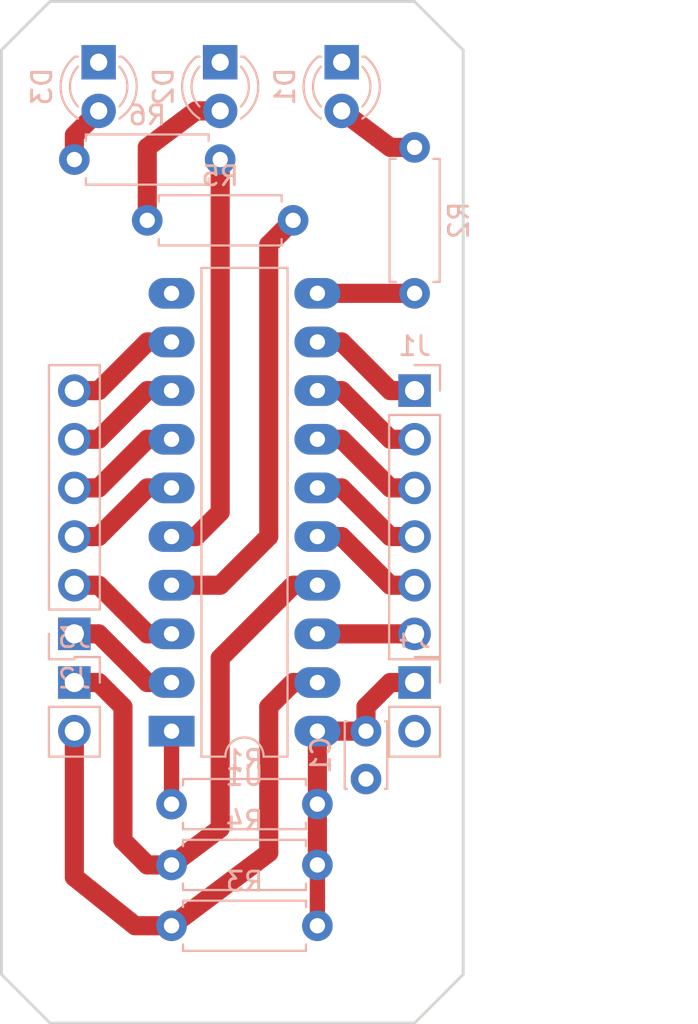
<source format=kicad_pcb>
(kicad_pcb (version 4) (host pcbnew 4.0.7)

  (general
    (links 33)
    (no_connects 5)
    (area 82.474999 71.679999 106.755001 125.170001)
    (thickness 1.6)
    (drawings 9)
    (tracks 75)
    (zones 0)
    (modules 15)
    (nets 24)
  )

  (page A4)
  (layers
    (0 F.Cu signal)
    (31 B.Cu signal)
    (32 B.Adhes user)
    (33 F.Adhes user)
    (34 B.Paste user)
    (35 F.Paste user)
    (36 B.SilkS user)
    (37 F.SilkS user)
    (38 B.Mask user)
    (39 F.Mask user)
    (40 Dwgs.User user)
    (41 Cmts.User user)
    (42 Eco1.User user)
    (43 Eco2.User user)
    (44 Edge.Cuts user)
    (45 Margin user)
    (46 B.CrtYd user)
    (47 F.CrtYd user)
    (48 B.Fab user)
    (49 F.Fab user)
  )

  (setup
    (last_trace_width 0.25)
    (user_trace_width 1)
    (trace_clearance 0.2)
    (zone_clearance 0.65)
    (zone_45_only no)
    (trace_min 0.2)
    (segment_width 0.2)
    (edge_width 0.15)
    (via_size 0.6)
    (via_drill 0.4)
    (via_min_size 0.4)
    (via_min_drill 0.3)
    (uvia_size 0.3)
    (uvia_drill 0.1)
    (uvias_allowed no)
    (uvia_min_size 0.2)
    (uvia_min_drill 0.1)
    (pcb_text_width 0.3)
    (pcb_text_size 1.5 1.5)
    (mod_edge_width 0.15)
    (mod_text_size 1 1)
    (mod_text_width 0.15)
    (pad_size 1.524 1.524)
    (pad_drill 0.762)
    (pad_to_mask_clearance 0.2)
    (aux_axis_origin 81.28 123.19)
    (grid_origin 81.28 123.19)
    (visible_elements 7FFFFFFF)
    (pcbplotparams
      (layerselection 0x00000_00000001)
      (usegerberextensions false)
      (excludeedgelayer true)
      (linewidth 0.100000)
      (plotframeref false)
      (viasonmask false)
      (mode 1)
      (useauxorigin true)
      (hpglpennumber 1)
      (hpglpenspeed 20)
      (hpglpendiameter 15)
      (hpglpenoverlay 2)
      (psnegative false)
      (psa4output false)
      (plotreference false)
      (plotvalue false)
      (plotinvisibletext false)
      (padsonsilk false)
      (subtractmaskfromsilk false)
      (outputformat 1)
      (mirror false)
      (drillshape 0)
      (scaleselection 1)
      (outputdirectory out/))
  )

  (net 0 "")
  (net 1 +5V)
  (net 2 GND)
  (net 3 "Net-(D1-Pad2)")
  (net 4 "Net-(D2-Pad2)")
  (net 5 "Net-(D3-Pad2)")
  (net 6 "Net-(J1-Pad1)")
  (net 7 "Net-(J1-Pad2)")
  (net 8 "Net-(J1-Pad3)")
  (net 9 "Net-(J1-Pad4)")
  (net 10 "Net-(J1-Pad5)")
  (net 11 "Net-(J1-Pad6)")
  (net 12 "Net-(J2-Pad1)")
  (net 13 "Net-(J2-Pad2)")
  (net 14 "Net-(J2-Pad3)")
  (net 15 "Net-(J2-Pad4)")
  (net 16 "Net-(J2-Pad5)")
  (net 17 "Net-(J2-Pad6)")
  (net 18 "Net-(J3-Pad1)")
  (net 19 "Net-(J3-Pad2)")
  (net 20 "Net-(R1-Pad2)")
  (net 21 "Net-(R2-Pad1)")
  (net 22 "Net-(R5-Pad1)")
  (net 23 "Net-(R6-Pad1)")

  (net_class Default "This is the default net class."
    (clearance 0.2)
    (trace_width 0.25)
    (via_dia 0.6)
    (via_drill 0.4)
    (uvia_dia 0.3)
    (uvia_drill 0.1)
  )

  (net_class BIG ""
    (clearance 0.2)
    (trace_width 1)
    (via_dia 1)
    (via_drill 0.4)
    (uvia_dia 0.3)
    (uvia_drill 0.1)
  )

  (net_class c1 ""
    (clearance 0.2)
    (trace_width 0.6)
    (via_dia 0.6)
    (via_drill 0.4)
    (uvia_dia 0.3)
    (uvia_drill 0.1)
    (add_net +5V)
    (add_net GND)
    (add_net "Net-(D1-Pad2)")
    (add_net "Net-(D2-Pad2)")
    (add_net "Net-(D3-Pad2)")
    (add_net "Net-(J1-Pad1)")
    (add_net "Net-(J1-Pad2)")
    (add_net "Net-(J1-Pad3)")
    (add_net "Net-(J1-Pad4)")
    (add_net "Net-(J1-Pad5)")
    (add_net "Net-(J1-Pad6)")
    (add_net "Net-(J2-Pad1)")
    (add_net "Net-(J2-Pad2)")
    (add_net "Net-(J2-Pad3)")
    (add_net "Net-(J2-Pad4)")
    (add_net "Net-(J2-Pad5)")
    (add_net "Net-(J2-Pad6)")
    (add_net "Net-(J3-Pad1)")
    (add_net "Net-(J3-Pad2)")
    (add_net "Net-(R1-Pad2)")
    (add_net "Net-(R2-Pad1)")
    (add_net "Net-(R5-Pad1)")
    (add_net "Net-(R6-Pad1)")
  )

  (module Capacitors_ThroughHole:C_Disc_D3.4mm_W2.1mm_P2.50mm (layer B.Cu) (tedit 5977B523) (tstamp 5977A014)
    (at 101.6 109.855 270)
    (descr "C, Disc series, Radial, pin pitch=2.50mm, , diameter*width=3.4*2.1mm^2, Capacitor, http://www.vishay.com/docs/45233/krseries.pdf")
    (tags "C Disc series Radial pin pitch 2.50mm  diameter 3.4mm width 2.1mm Capacitor")
    (path /5977AB96)
    (fp_text reference C1 (at 1.25 2.36 270) (layer B.SilkS)
      (effects (font (size 1 1) (thickness 0.15)) (justify mirror))
    )
    (fp_text value C_Small (at 1.25 -2.36 270) (layer B.Fab)
      (effects (font (size 1 1) (thickness 0.15)) (justify mirror))
    )
    (fp_line (start -0.45 1.05) (end -0.45 -1.05) (layer B.Fab) (width 0.1))
    (fp_line (start -0.45 -1.05) (end 2.95 -1.05) (layer B.Fab) (width 0.1))
    (fp_line (start 2.95 -1.05) (end 2.95 1.05) (layer B.Fab) (width 0.1))
    (fp_line (start 2.95 1.05) (end -0.45 1.05) (layer B.Fab) (width 0.1))
    (fp_line (start -0.51 1.11) (end 3.01 1.11) (layer B.SilkS) (width 0.12))
    (fp_line (start -0.51 -1.11) (end 3.01 -1.11) (layer B.SilkS) (width 0.12))
    (fp_line (start -0.51 1.11) (end -0.51 0.996) (layer B.SilkS) (width 0.12))
    (fp_line (start -0.51 -0.996) (end -0.51 -1.11) (layer B.SilkS) (width 0.12))
    (fp_line (start 3.01 1.11) (end 3.01 0.996) (layer B.SilkS) (width 0.12))
    (fp_line (start 3.01 -0.996) (end 3.01 -1.11) (layer B.SilkS) (width 0.12))
    (fp_line (start -1.05 1.4) (end -1.05 -1.4) (layer B.CrtYd) (width 0.05))
    (fp_line (start -1.05 -1.4) (end 3.55 -1.4) (layer B.CrtYd) (width 0.05))
    (fp_line (start 3.55 -1.4) (end 3.55 1.4) (layer B.CrtYd) (width 0.05))
    (fp_line (start 3.55 1.4) (end -1.05 1.4) (layer B.CrtYd) (width 0.05))
    (fp_text user %R (at 1.27 1.27 270) (layer B.Fab)
      (effects (font (size 1 1) (thickness 0.15)) (justify mirror))
    )
    (pad 1 thru_hole circle (at 0 0 270) (size 1.6 1.6) (drill 0.8) (layers *.Cu *.Mask)
      (net 1 +5V))
    (pad 2 thru_hole circle (at 2.5 0 270) (size 1.6 1.6) (drill 0.8) (layers *.Cu *.Mask)
      (net 2 GND))
    (model ${KISYS3DMOD}/Capacitors_ThroughHole.3dshapes/C_Disc_D3.4mm_W2.1mm_P2.50mm.wrl
      (at (xyz 0 0 0))
      (scale (xyz 0.393701 0.393701 0.393701))
      (rotate (xyz 0 0 0))
    )
  )

  (module LEDs:LED_D3.0mm (layer B.Cu) (tedit 587A3A7B) (tstamp 5977A01A)
    (at 100.33 74.93 270)
    (descr "LED, diameter 3.0mm, 2 pins")
    (tags "LED diameter 3.0mm 2 pins")
    (path /59779CEB)
    (fp_text reference D1 (at 1.27 2.96 270) (layer B.SilkS)
      (effects (font (size 1 1) (thickness 0.15)) (justify mirror))
    )
    (fp_text value LED (at 1.27 -2.96 270) (layer B.Fab)
      (effects (font (size 1 1) (thickness 0.15)) (justify mirror))
    )
    (fp_arc (start 1.27 0) (end -0.23 1.16619) (angle -284.3) (layer B.Fab) (width 0.1))
    (fp_arc (start 1.27 0) (end -0.29 1.235516) (angle -108.8) (layer B.SilkS) (width 0.12))
    (fp_arc (start 1.27 0) (end -0.29 -1.235516) (angle 108.8) (layer B.SilkS) (width 0.12))
    (fp_arc (start 1.27 0) (end 0.229039 1.08) (angle -87.9) (layer B.SilkS) (width 0.12))
    (fp_arc (start 1.27 0) (end 0.229039 -1.08) (angle 87.9) (layer B.SilkS) (width 0.12))
    (fp_circle (center 1.27 0) (end 2.77 0) (layer B.Fab) (width 0.1))
    (fp_line (start -0.23 1.16619) (end -0.23 -1.16619) (layer B.Fab) (width 0.1))
    (fp_line (start -0.29 1.236) (end -0.29 1.08) (layer B.SilkS) (width 0.12))
    (fp_line (start -0.29 -1.08) (end -0.29 -1.236) (layer B.SilkS) (width 0.12))
    (fp_line (start -1.15 2.25) (end -1.15 -2.25) (layer B.CrtYd) (width 0.05))
    (fp_line (start -1.15 -2.25) (end 3.7 -2.25) (layer B.CrtYd) (width 0.05))
    (fp_line (start 3.7 -2.25) (end 3.7 2.25) (layer B.CrtYd) (width 0.05))
    (fp_line (start 3.7 2.25) (end -1.15 2.25) (layer B.CrtYd) (width 0.05))
    (pad 1 thru_hole rect (at 0 0 270) (size 1.8 1.8) (drill 0.9) (layers *.Cu *.Mask)
      (net 2 GND))
    (pad 2 thru_hole circle (at 2.54 0 270) (size 1.8 1.8) (drill 0.9) (layers *.Cu *.Mask)
      (net 3 "Net-(D1-Pad2)"))
    (model ${KISYS3DMOD}/LEDs.3dshapes/LED_D3.0mm.wrl
      (at (xyz 0 0 0))
      (scale (xyz 0.393701 0.393701 0.393701))
      (rotate (xyz 0 0 0))
    )
  )

  (module LEDs:LED_D3.0mm (layer B.Cu) (tedit 587A3A7B) (tstamp 5977A020)
    (at 93.98 74.93 270)
    (descr "LED, diameter 3.0mm, 2 pins")
    (tags "LED diameter 3.0mm 2 pins")
    (path /5977A8C7)
    (fp_text reference D2 (at 1.27 2.96 270) (layer B.SilkS)
      (effects (font (size 1 1) (thickness 0.15)) (justify mirror))
    )
    (fp_text value LED (at 1.27 -2.96 270) (layer B.Fab)
      (effects (font (size 1 1) (thickness 0.15)) (justify mirror))
    )
    (fp_arc (start 1.27 0) (end -0.23 1.16619) (angle -284.3) (layer B.Fab) (width 0.1))
    (fp_arc (start 1.27 0) (end -0.29 1.235516) (angle -108.8) (layer B.SilkS) (width 0.12))
    (fp_arc (start 1.27 0) (end -0.29 -1.235516) (angle 108.8) (layer B.SilkS) (width 0.12))
    (fp_arc (start 1.27 0) (end 0.229039 1.08) (angle -87.9) (layer B.SilkS) (width 0.12))
    (fp_arc (start 1.27 0) (end 0.229039 -1.08) (angle 87.9) (layer B.SilkS) (width 0.12))
    (fp_circle (center 1.27 0) (end 2.77 0) (layer B.Fab) (width 0.1))
    (fp_line (start -0.23 1.16619) (end -0.23 -1.16619) (layer B.Fab) (width 0.1))
    (fp_line (start -0.29 1.236) (end -0.29 1.08) (layer B.SilkS) (width 0.12))
    (fp_line (start -0.29 -1.08) (end -0.29 -1.236) (layer B.SilkS) (width 0.12))
    (fp_line (start -1.15 2.25) (end -1.15 -2.25) (layer B.CrtYd) (width 0.05))
    (fp_line (start -1.15 -2.25) (end 3.7 -2.25) (layer B.CrtYd) (width 0.05))
    (fp_line (start 3.7 -2.25) (end 3.7 2.25) (layer B.CrtYd) (width 0.05))
    (fp_line (start 3.7 2.25) (end -1.15 2.25) (layer B.CrtYd) (width 0.05))
    (pad 1 thru_hole rect (at 0 0 270) (size 1.8 1.8) (drill 0.9) (layers *.Cu *.Mask)
      (net 2 GND))
    (pad 2 thru_hole circle (at 2.54 0 270) (size 1.8 1.8) (drill 0.9) (layers *.Cu *.Mask)
      (net 4 "Net-(D2-Pad2)"))
    (model ${KISYS3DMOD}/LEDs.3dshapes/LED_D3.0mm.wrl
      (at (xyz 0 0 0))
      (scale (xyz 0.393701 0.393701 0.393701))
      (rotate (xyz 0 0 0))
    )
  )

  (module LEDs:LED_D3.0mm (layer B.Cu) (tedit 587A3A7B) (tstamp 5977A026)
    (at 87.63 74.93 270)
    (descr "LED, diameter 3.0mm, 2 pins")
    (tags "LED diameter 3.0mm 2 pins")
    (path /5977A86F)
    (fp_text reference D3 (at 1.27 2.96 270) (layer B.SilkS)
      (effects (font (size 1 1) (thickness 0.15)) (justify mirror))
    )
    (fp_text value LED (at 1.27 -2.96 270) (layer B.Fab)
      (effects (font (size 1 1) (thickness 0.15)) (justify mirror))
    )
    (fp_arc (start 1.27 0) (end -0.23 1.16619) (angle -284.3) (layer B.Fab) (width 0.1))
    (fp_arc (start 1.27 0) (end -0.29 1.235516) (angle -108.8) (layer B.SilkS) (width 0.12))
    (fp_arc (start 1.27 0) (end -0.29 -1.235516) (angle 108.8) (layer B.SilkS) (width 0.12))
    (fp_arc (start 1.27 0) (end 0.229039 1.08) (angle -87.9) (layer B.SilkS) (width 0.12))
    (fp_arc (start 1.27 0) (end 0.229039 -1.08) (angle 87.9) (layer B.SilkS) (width 0.12))
    (fp_circle (center 1.27 0) (end 2.77 0) (layer B.Fab) (width 0.1))
    (fp_line (start -0.23 1.16619) (end -0.23 -1.16619) (layer B.Fab) (width 0.1))
    (fp_line (start -0.29 1.236) (end -0.29 1.08) (layer B.SilkS) (width 0.12))
    (fp_line (start -0.29 -1.08) (end -0.29 -1.236) (layer B.SilkS) (width 0.12))
    (fp_line (start -1.15 2.25) (end -1.15 -2.25) (layer B.CrtYd) (width 0.05))
    (fp_line (start -1.15 -2.25) (end 3.7 -2.25) (layer B.CrtYd) (width 0.05))
    (fp_line (start 3.7 -2.25) (end 3.7 2.25) (layer B.CrtYd) (width 0.05))
    (fp_line (start 3.7 2.25) (end -1.15 2.25) (layer B.CrtYd) (width 0.05))
    (pad 1 thru_hole rect (at 0 0 270) (size 1.8 1.8) (drill 0.9) (layers *.Cu *.Mask)
      (net 2 GND))
    (pad 2 thru_hole circle (at 2.54 0 270) (size 1.8 1.8) (drill 0.9) (layers *.Cu *.Mask)
      (net 5 "Net-(D3-Pad2)"))
    (model ${KISYS3DMOD}/LEDs.3dshapes/LED_D3.0mm.wrl
      (at (xyz 0 0 0))
      (scale (xyz 0.393701 0.393701 0.393701))
      (rotate (xyz 0 0 0))
    )
  )

  (module Pin_Headers:Pin_Header_Straight_1x02_Pitch2.54mm (layer B.Cu) (tedit 5977A7BA) (tstamp 5977A040)
    (at 86.36 107.315 180)
    (descr "Through hole straight pin header, 1x02, 2.54mm pitch, single row")
    (tags "Through hole pin header THT 1x02 2.54mm single row")
    (path /59779AF9)
    (fp_text reference J3 (at 0 2.33 180) (layer B.SilkS)
      (effects (font (size 1 1) (thickness 0.15)) (justify mirror))
    )
    (fp_text value i2c_conn (at 0 -4.87 180) (layer B.Fab)
      (effects (font (size 1 1) (thickness 0.15)) (justify mirror))
    )
    (fp_line (start -0.635 1.27) (end 1.27 1.27) (layer B.Fab) (width 0.1))
    (fp_line (start 1.27 1.27) (end 1.27 -3.81) (layer B.Fab) (width 0.1))
    (fp_line (start 1.27 -3.81) (end -1.27 -3.81) (layer B.Fab) (width 0.1))
    (fp_line (start -1.27 -3.81) (end -1.27 0.635) (layer B.Fab) (width 0.1))
    (fp_line (start -1.27 0.635) (end -0.635 1.27) (layer B.Fab) (width 0.1))
    (fp_line (start -1.33 -3.87) (end 1.33 -3.87) (layer B.SilkS) (width 0.12))
    (fp_line (start -1.33 -1.27) (end -1.33 -3.87) (layer B.SilkS) (width 0.12))
    (fp_line (start 1.33 -1.27) (end 1.33 -3.87) (layer B.SilkS) (width 0.12))
    (fp_line (start -1.33 -1.27) (end 1.33 -1.27) (layer B.SilkS) (width 0.12))
    (fp_line (start -1.33 0) (end -1.33 1.33) (layer B.SilkS) (width 0.12))
    (fp_line (start -1.33 1.33) (end 0 1.33) (layer B.SilkS) (width 0.12))
    (fp_line (start -1.8 1.8) (end -1.8 -4.35) (layer B.CrtYd) (width 0.05))
    (fp_line (start -1.8 -4.35) (end 1.8 -4.35) (layer B.CrtYd) (width 0.05))
    (fp_line (start 1.8 -4.35) (end 1.8 1.8) (layer B.CrtYd) (width 0.05))
    (fp_line (start 1.8 1.8) (end -1.8 1.8) (layer B.CrtYd) (width 0.05))
    (fp_text user %R (at 1.27 2.54 450) (layer B.Fab)
      (effects (font (size 1 1) (thickness 0.15)) (justify mirror))
    )
    (pad 1 thru_hole rect (at 0 0 180) (size 1.7 1.7) (drill 1) (layers *.Cu *.Mask)
      (net 18 "Net-(J3-Pad1)"))
    (pad 2 thru_hole oval (at 0 -2.54 180) (size 1.7 1.7) (drill 1) (layers *.Cu *.Mask)
      (net 19 "Net-(J3-Pad2)"))
    (model ${KISYS3DMOD}/Pin_Headers.3dshapes/Pin_Header_Straight_1x02_Pitch2.54mm.wrl
      (at (xyz 0 0 0))
      (scale (xyz 1 1 1))
      (rotate (xyz 0 0 0))
    )
  )

  (module Resistors_ThroughHole:R_Axial_DIN0207_L6.3mm_D2.5mm_P7.62mm_Horizontal (layer B.Cu) (tedit 5874F706) (tstamp 5977A046)
    (at 99.06 113.665 180)
    (descr "Resistor, Axial_DIN0207 series, Axial, Horizontal, pin pitch=7.62mm, 0.25W = 1/4W, length*diameter=6.3*2.5mm^2, http://cdn-reichelt.de/documents/datenblatt/B400/1_4W%23YAG.pdf")
    (tags "Resistor Axial_DIN0207 series Axial Horizontal pin pitch 7.62mm 0.25W = 1/4W length 6.3mm diameter 2.5mm")
    (path /59779A61)
    (fp_text reference R1 (at 3.81 2.31 180) (layer B.SilkS)
      (effects (font (size 1 1) (thickness 0.15)) (justify mirror))
    )
    (fp_text value 10k (at 3.81 -2.31 180) (layer B.Fab)
      (effects (font (size 1 1) (thickness 0.15)) (justify mirror))
    )
    (fp_line (start 0.66 1.25) (end 0.66 -1.25) (layer B.Fab) (width 0.1))
    (fp_line (start 0.66 -1.25) (end 6.96 -1.25) (layer B.Fab) (width 0.1))
    (fp_line (start 6.96 -1.25) (end 6.96 1.25) (layer B.Fab) (width 0.1))
    (fp_line (start 6.96 1.25) (end 0.66 1.25) (layer B.Fab) (width 0.1))
    (fp_line (start 0 0) (end 0.66 0) (layer B.Fab) (width 0.1))
    (fp_line (start 7.62 0) (end 6.96 0) (layer B.Fab) (width 0.1))
    (fp_line (start 0.6 0.98) (end 0.6 1.31) (layer B.SilkS) (width 0.12))
    (fp_line (start 0.6 1.31) (end 7.02 1.31) (layer B.SilkS) (width 0.12))
    (fp_line (start 7.02 1.31) (end 7.02 0.98) (layer B.SilkS) (width 0.12))
    (fp_line (start 0.6 -0.98) (end 0.6 -1.31) (layer B.SilkS) (width 0.12))
    (fp_line (start 0.6 -1.31) (end 7.02 -1.31) (layer B.SilkS) (width 0.12))
    (fp_line (start 7.02 -1.31) (end 7.02 -0.98) (layer B.SilkS) (width 0.12))
    (fp_line (start -1.05 1.6) (end -1.05 -1.6) (layer B.CrtYd) (width 0.05))
    (fp_line (start -1.05 -1.6) (end 8.7 -1.6) (layer B.CrtYd) (width 0.05))
    (fp_line (start 8.7 -1.6) (end 8.7 1.6) (layer B.CrtYd) (width 0.05))
    (fp_line (start 8.7 1.6) (end -1.05 1.6) (layer B.CrtYd) (width 0.05))
    (pad 1 thru_hole circle (at 0 0 180) (size 1.6 1.6) (drill 0.8) (layers *.Cu *.Mask)
      (net 1 +5V))
    (pad 2 thru_hole oval (at 7.62 0 180) (size 1.6 1.6) (drill 0.8) (layers *.Cu *.Mask)
      (net 20 "Net-(R1-Pad2)"))
    (model ${KISYS3DMOD}/Resistors_ThroughHole.3dshapes/R_Axial_DIN0207_L6.3mm_D2.5mm_P7.62mm_Horizontal.wrl
      (at (xyz 0 0 0))
      (scale (xyz 0.393701 0.393701 0.393701))
      (rotate (xyz 0 0 0))
    )
  )

  (module Resistors_ThroughHole:R_Axial_DIN0207_L6.3mm_D2.5mm_P7.62mm_Horizontal (layer B.Cu) (tedit 5874F706) (tstamp 5977A04C)
    (at 104.14 86.995 90)
    (descr "Resistor, Axial_DIN0207 series, Axial, Horizontal, pin pitch=7.62mm, 0.25W = 1/4W, length*diameter=6.3*2.5mm^2, http://cdn-reichelt.de/documents/datenblatt/B400/1_4W%23YAG.pdf")
    (tags "Resistor Axial_DIN0207 series Axial Horizontal pin pitch 7.62mm 0.25W = 1/4W length 6.3mm diameter 2.5mm")
    (path /59779AC2)
    (fp_text reference R2 (at 3.81 2.31 90) (layer B.SilkS)
      (effects (font (size 1 1) (thickness 0.15)) (justify mirror))
    )
    (fp_text value 1k (at 3.81 -2.31 90) (layer B.Fab)
      (effects (font (size 1 1) (thickness 0.15)) (justify mirror))
    )
    (fp_line (start 0.66 1.25) (end 0.66 -1.25) (layer B.Fab) (width 0.1))
    (fp_line (start 0.66 -1.25) (end 6.96 -1.25) (layer B.Fab) (width 0.1))
    (fp_line (start 6.96 -1.25) (end 6.96 1.25) (layer B.Fab) (width 0.1))
    (fp_line (start 6.96 1.25) (end 0.66 1.25) (layer B.Fab) (width 0.1))
    (fp_line (start 0 0) (end 0.66 0) (layer B.Fab) (width 0.1))
    (fp_line (start 7.62 0) (end 6.96 0) (layer B.Fab) (width 0.1))
    (fp_line (start 0.6 0.98) (end 0.6 1.31) (layer B.SilkS) (width 0.12))
    (fp_line (start 0.6 1.31) (end 7.02 1.31) (layer B.SilkS) (width 0.12))
    (fp_line (start 7.02 1.31) (end 7.02 0.98) (layer B.SilkS) (width 0.12))
    (fp_line (start 0.6 -0.98) (end 0.6 -1.31) (layer B.SilkS) (width 0.12))
    (fp_line (start 0.6 -1.31) (end 7.02 -1.31) (layer B.SilkS) (width 0.12))
    (fp_line (start 7.02 -1.31) (end 7.02 -0.98) (layer B.SilkS) (width 0.12))
    (fp_line (start -1.05 1.6) (end -1.05 -1.6) (layer B.CrtYd) (width 0.05))
    (fp_line (start -1.05 -1.6) (end 8.7 -1.6) (layer B.CrtYd) (width 0.05))
    (fp_line (start 8.7 -1.6) (end 8.7 1.6) (layer B.CrtYd) (width 0.05))
    (fp_line (start 8.7 1.6) (end -1.05 1.6) (layer B.CrtYd) (width 0.05))
    (pad 1 thru_hole circle (at 0 0 90) (size 1.6 1.6) (drill 0.8) (layers *.Cu *.Mask)
      (net 21 "Net-(R2-Pad1)"))
    (pad 2 thru_hole oval (at 7.62 0 90) (size 1.6 1.6) (drill 0.8) (layers *.Cu *.Mask)
      (net 3 "Net-(D1-Pad2)"))
    (model ${KISYS3DMOD}/Resistors_ThroughHole.3dshapes/R_Axial_DIN0207_L6.3mm_D2.5mm_P7.62mm_Horizontal.wrl
      (at (xyz 0 0 0))
      (scale (xyz 0.393701 0.393701 0.393701))
      (rotate (xyz 0 0 0))
    )
  )

  (module Resistors_ThroughHole:R_Axial_DIN0207_L6.3mm_D2.5mm_P7.62mm_Horizontal (layer B.Cu) (tedit 5874F706) (tstamp 5977A052)
    (at 99.06 120.015 180)
    (descr "Resistor, Axial_DIN0207 series, Axial, Horizontal, pin pitch=7.62mm, 0.25W = 1/4W, length*diameter=6.3*2.5mm^2, http://cdn-reichelt.de/documents/datenblatt/B400/1_4W%23YAG.pdf")
    (tags "Resistor Axial_DIN0207 series Axial Horizontal pin pitch 7.62mm 0.25W = 1/4W length 6.3mm diameter 2.5mm")
    (path /59779981)
    (fp_text reference R3 (at 3.81 2.31 180) (layer B.SilkS)
      (effects (font (size 1 1) (thickness 0.15)) (justify mirror))
    )
    (fp_text value 4.7k (at 3.81 -2.31 180) (layer B.Fab)
      (effects (font (size 1 1) (thickness 0.15)) (justify mirror))
    )
    (fp_line (start 0.66 1.25) (end 0.66 -1.25) (layer B.Fab) (width 0.1))
    (fp_line (start 0.66 -1.25) (end 6.96 -1.25) (layer B.Fab) (width 0.1))
    (fp_line (start 6.96 -1.25) (end 6.96 1.25) (layer B.Fab) (width 0.1))
    (fp_line (start 6.96 1.25) (end 0.66 1.25) (layer B.Fab) (width 0.1))
    (fp_line (start 0 0) (end 0.66 0) (layer B.Fab) (width 0.1))
    (fp_line (start 7.62 0) (end 6.96 0) (layer B.Fab) (width 0.1))
    (fp_line (start 0.6 0.98) (end 0.6 1.31) (layer B.SilkS) (width 0.12))
    (fp_line (start 0.6 1.31) (end 7.02 1.31) (layer B.SilkS) (width 0.12))
    (fp_line (start 7.02 1.31) (end 7.02 0.98) (layer B.SilkS) (width 0.12))
    (fp_line (start 0.6 -0.98) (end 0.6 -1.31) (layer B.SilkS) (width 0.12))
    (fp_line (start 0.6 -1.31) (end 7.02 -1.31) (layer B.SilkS) (width 0.12))
    (fp_line (start 7.02 -1.31) (end 7.02 -0.98) (layer B.SilkS) (width 0.12))
    (fp_line (start -1.05 1.6) (end -1.05 -1.6) (layer B.CrtYd) (width 0.05))
    (fp_line (start -1.05 -1.6) (end 8.7 -1.6) (layer B.CrtYd) (width 0.05))
    (fp_line (start 8.7 -1.6) (end 8.7 1.6) (layer B.CrtYd) (width 0.05))
    (fp_line (start 8.7 1.6) (end -1.05 1.6) (layer B.CrtYd) (width 0.05))
    (pad 1 thru_hole circle (at 0 0 180) (size 1.6 1.6) (drill 0.8) (layers *.Cu *.Mask)
      (net 1 +5V))
    (pad 2 thru_hole oval (at 7.62 0 180) (size 1.6 1.6) (drill 0.8) (layers *.Cu *.Mask)
      (net 19 "Net-(J3-Pad2)"))
    (model ${KISYS3DMOD}/Resistors_ThroughHole.3dshapes/R_Axial_DIN0207_L6.3mm_D2.5mm_P7.62mm_Horizontal.wrl
      (at (xyz 0 0 0))
      (scale (xyz 0.393701 0.393701 0.393701))
      (rotate (xyz 0 0 0))
    )
  )

  (module Resistors_ThroughHole:R_Axial_DIN0207_L6.3mm_D2.5mm_P7.62mm_Horizontal (layer B.Cu) (tedit 5874F706) (tstamp 5977A058)
    (at 99.06 116.84 180)
    (descr "Resistor, Axial_DIN0207 series, Axial, Horizontal, pin pitch=7.62mm, 0.25W = 1/4W, length*diameter=6.3*2.5mm^2, http://cdn-reichelt.de/documents/datenblatt/B400/1_4W%23YAG.pdf")
    (tags "Resistor Axial_DIN0207 series Axial Horizontal pin pitch 7.62mm 0.25W = 1/4W length 6.3mm diameter 2.5mm")
    (path /59779A28)
    (fp_text reference R4 (at 3.81 2.31 180) (layer B.SilkS)
      (effects (font (size 1 1) (thickness 0.15)) (justify mirror))
    )
    (fp_text value 4.7k (at 3.81 -2.31 180) (layer B.Fab)
      (effects (font (size 1 1) (thickness 0.15)) (justify mirror))
    )
    (fp_line (start 0.66 1.25) (end 0.66 -1.25) (layer B.Fab) (width 0.1))
    (fp_line (start 0.66 -1.25) (end 6.96 -1.25) (layer B.Fab) (width 0.1))
    (fp_line (start 6.96 -1.25) (end 6.96 1.25) (layer B.Fab) (width 0.1))
    (fp_line (start 6.96 1.25) (end 0.66 1.25) (layer B.Fab) (width 0.1))
    (fp_line (start 0 0) (end 0.66 0) (layer B.Fab) (width 0.1))
    (fp_line (start 7.62 0) (end 6.96 0) (layer B.Fab) (width 0.1))
    (fp_line (start 0.6 0.98) (end 0.6 1.31) (layer B.SilkS) (width 0.12))
    (fp_line (start 0.6 1.31) (end 7.02 1.31) (layer B.SilkS) (width 0.12))
    (fp_line (start 7.02 1.31) (end 7.02 0.98) (layer B.SilkS) (width 0.12))
    (fp_line (start 0.6 -0.98) (end 0.6 -1.31) (layer B.SilkS) (width 0.12))
    (fp_line (start 0.6 -1.31) (end 7.02 -1.31) (layer B.SilkS) (width 0.12))
    (fp_line (start 7.02 -1.31) (end 7.02 -0.98) (layer B.SilkS) (width 0.12))
    (fp_line (start -1.05 1.6) (end -1.05 -1.6) (layer B.CrtYd) (width 0.05))
    (fp_line (start -1.05 -1.6) (end 8.7 -1.6) (layer B.CrtYd) (width 0.05))
    (fp_line (start 8.7 -1.6) (end 8.7 1.6) (layer B.CrtYd) (width 0.05))
    (fp_line (start 8.7 1.6) (end -1.05 1.6) (layer B.CrtYd) (width 0.05))
    (pad 1 thru_hole circle (at 0 0 180) (size 1.6 1.6) (drill 0.8) (layers *.Cu *.Mask)
      (net 1 +5V))
    (pad 2 thru_hole oval (at 7.62 0 180) (size 1.6 1.6) (drill 0.8) (layers *.Cu *.Mask)
      (net 18 "Net-(J3-Pad1)"))
    (model ${KISYS3DMOD}/Resistors_ThroughHole.3dshapes/R_Axial_DIN0207_L6.3mm_D2.5mm_P7.62mm_Horizontal.wrl
      (at (xyz 0 0 0))
      (scale (xyz 0.393701 0.393701 0.393701))
      (rotate (xyz 0 0 0))
    )
  )

  (module Resistors_ThroughHole:R_Axial_DIN0207_L6.3mm_D2.5mm_P7.62mm_Horizontal (layer B.Cu) (tedit 5874F706) (tstamp 5977A05E)
    (at 97.79 83.185 180)
    (descr "Resistor, Axial_DIN0207 series, Axial, Horizontal, pin pitch=7.62mm, 0.25W = 1/4W, length*diameter=6.3*2.5mm^2, http://cdn-reichelt.de/documents/datenblatt/B400/1_4W%23YAG.pdf")
    (tags "Resistor Axial_DIN0207 series Axial Horizontal pin pitch 7.62mm 0.25W = 1/4W length 6.3mm diameter 2.5mm")
    (path /5977A776)
    (fp_text reference R5 (at 3.81 2.31 180) (layer B.SilkS)
      (effects (font (size 1 1) (thickness 0.15)) (justify mirror))
    )
    (fp_text value 1k (at 3.81 -2.31 180) (layer B.Fab)
      (effects (font (size 1 1) (thickness 0.15)) (justify mirror))
    )
    (fp_line (start 0.66 1.25) (end 0.66 -1.25) (layer B.Fab) (width 0.1))
    (fp_line (start 0.66 -1.25) (end 6.96 -1.25) (layer B.Fab) (width 0.1))
    (fp_line (start 6.96 -1.25) (end 6.96 1.25) (layer B.Fab) (width 0.1))
    (fp_line (start 6.96 1.25) (end 0.66 1.25) (layer B.Fab) (width 0.1))
    (fp_line (start 0 0) (end 0.66 0) (layer B.Fab) (width 0.1))
    (fp_line (start 7.62 0) (end 6.96 0) (layer B.Fab) (width 0.1))
    (fp_line (start 0.6 0.98) (end 0.6 1.31) (layer B.SilkS) (width 0.12))
    (fp_line (start 0.6 1.31) (end 7.02 1.31) (layer B.SilkS) (width 0.12))
    (fp_line (start 7.02 1.31) (end 7.02 0.98) (layer B.SilkS) (width 0.12))
    (fp_line (start 0.6 -0.98) (end 0.6 -1.31) (layer B.SilkS) (width 0.12))
    (fp_line (start 0.6 -1.31) (end 7.02 -1.31) (layer B.SilkS) (width 0.12))
    (fp_line (start 7.02 -1.31) (end 7.02 -0.98) (layer B.SilkS) (width 0.12))
    (fp_line (start -1.05 1.6) (end -1.05 -1.6) (layer B.CrtYd) (width 0.05))
    (fp_line (start -1.05 -1.6) (end 8.7 -1.6) (layer B.CrtYd) (width 0.05))
    (fp_line (start 8.7 -1.6) (end 8.7 1.6) (layer B.CrtYd) (width 0.05))
    (fp_line (start 8.7 1.6) (end -1.05 1.6) (layer B.CrtYd) (width 0.05))
    (pad 1 thru_hole circle (at 0 0 180) (size 1.6 1.6) (drill 0.8) (layers *.Cu *.Mask)
      (net 22 "Net-(R5-Pad1)"))
    (pad 2 thru_hole oval (at 7.62 0 180) (size 1.6 1.6) (drill 0.8) (layers *.Cu *.Mask)
      (net 4 "Net-(D2-Pad2)"))
    (model ${KISYS3DMOD}/Resistors_ThroughHole.3dshapes/R_Axial_DIN0207_L6.3mm_D2.5mm_P7.62mm_Horizontal.wrl
      (at (xyz 0 0 0))
      (scale (xyz 0.393701 0.393701 0.393701))
      (rotate (xyz 0 0 0))
    )
  )

  (module Resistors_ThroughHole:R_Axial_DIN0207_L6.3mm_D2.5mm_P7.62mm_Horizontal (layer B.Cu) (tedit 5874F706) (tstamp 5977A064)
    (at 93.98 80.01 180)
    (descr "Resistor, Axial_DIN0207 series, Axial, Horizontal, pin pitch=7.62mm, 0.25W = 1/4W, length*diameter=6.3*2.5mm^2, http://cdn-reichelt.de/documents/datenblatt/B400/1_4W%23YAG.pdf")
    (tags "Resistor Axial_DIN0207 series Axial Horizontal pin pitch 7.62mm 0.25W = 1/4W length 6.3mm diameter 2.5mm")
    (path /5977A80C)
    (fp_text reference R6 (at 3.81 2.31 180) (layer B.SilkS)
      (effects (font (size 1 1) (thickness 0.15)) (justify mirror))
    )
    (fp_text value 1k (at 3.81 -2.31 180) (layer B.Fab)
      (effects (font (size 1 1) (thickness 0.15)) (justify mirror))
    )
    (fp_line (start 0.66 1.25) (end 0.66 -1.25) (layer B.Fab) (width 0.1))
    (fp_line (start 0.66 -1.25) (end 6.96 -1.25) (layer B.Fab) (width 0.1))
    (fp_line (start 6.96 -1.25) (end 6.96 1.25) (layer B.Fab) (width 0.1))
    (fp_line (start 6.96 1.25) (end 0.66 1.25) (layer B.Fab) (width 0.1))
    (fp_line (start 0 0) (end 0.66 0) (layer B.Fab) (width 0.1))
    (fp_line (start 7.62 0) (end 6.96 0) (layer B.Fab) (width 0.1))
    (fp_line (start 0.6 0.98) (end 0.6 1.31) (layer B.SilkS) (width 0.12))
    (fp_line (start 0.6 1.31) (end 7.02 1.31) (layer B.SilkS) (width 0.12))
    (fp_line (start 7.02 1.31) (end 7.02 0.98) (layer B.SilkS) (width 0.12))
    (fp_line (start 0.6 -0.98) (end 0.6 -1.31) (layer B.SilkS) (width 0.12))
    (fp_line (start 0.6 -1.31) (end 7.02 -1.31) (layer B.SilkS) (width 0.12))
    (fp_line (start 7.02 -1.31) (end 7.02 -0.98) (layer B.SilkS) (width 0.12))
    (fp_line (start -1.05 1.6) (end -1.05 -1.6) (layer B.CrtYd) (width 0.05))
    (fp_line (start -1.05 -1.6) (end 8.7 -1.6) (layer B.CrtYd) (width 0.05))
    (fp_line (start 8.7 -1.6) (end 8.7 1.6) (layer B.CrtYd) (width 0.05))
    (fp_line (start 8.7 1.6) (end -1.05 1.6) (layer B.CrtYd) (width 0.05))
    (pad 1 thru_hole circle (at 0 0 180) (size 1.6 1.6) (drill 0.8) (layers *.Cu *.Mask)
      (net 23 "Net-(R6-Pad1)"))
    (pad 2 thru_hole oval (at 7.62 0 180) (size 1.6 1.6) (drill 0.8) (layers *.Cu *.Mask)
      (net 5 "Net-(D3-Pad2)"))
    (model ${KISYS3DMOD}/Resistors_ThroughHole.3dshapes/R_Axial_DIN0207_L6.3mm_D2.5mm_P7.62mm_Horizontal.wrl
      (at (xyz 0 0 0))
      (scale (xyz 0.393701 0.393701 0.393701))
      (rotate (xyz 0 0 0))
    )
  )

  (module Pin_Headers:Pin_Header_Straight_1x06_Pitch2.54mm (layer B.Cu) (tedit 59650532) (tstamp 5977A030)
    (at 104.14 92.075 180)
    (descr "Through hole straight pin header, 1x06, 2.54mm pitch, single row")
    (tags "Through hole pin header THT 1x06 2.54mm single row")
    (path /59779918)
    (fp_text reference J1 (at 0 2.33 180) (layer B.SilkS)
      (effects (font (size 1 1) (thickness 0.15)) (justify mirror))
    )
    (fp_text value row (at 0 -15.03 180) (layer B.Fab)
      (effects (font (size 1 1) (thickness 0.15)) (justify mirror))
    )
    (fp_line (start -0.635 1.27) (end 1.27 1.27) (layer B.Fab) (width 0.1))
    (fp_line (start 1.27 1.27) (end 1.27 -13.97) (layer B.Fab) (width 0.1))
    (fp_line (start 1.27 -13.97) (end -1.27 -13.97) (layer B.Fab) (width 0.1))
    (fp_line (start -1.27 -13.97) (end -1.27 0.635) (layer B.Fab) (width 0.1))
    (fp_line (start -1.27 0.635) (end -0.635 1.27) (layer B.Fab) (width 0.1))
    (fp_line (start -1.33 -14.03) (end 1.33 -14.03) (layer B.SilkS) (width 0.12))
    (fp_line (start -1.33 -1.27) (end -1.33 -14.03) (layer B.SilkS) (width 0.12))
    (fp_line (start 1.33 -1.27) (end 1.33 -14.03) (layer B.SilkS) (width 0.12))
    (fp_line (start -1.33 -1.27) (end 1.33 -1.27) (layer B.SilkS) (width 0.12))
    (fp_line (start -1.33 0) (end -1.33 1.33) (layer B.SilkS) (width 0.12))
    (fp_line (start -1.33 1.33) (end 0 1.33) (layer B.SilkS) (width 0.12))
    (fp_line (start -1.8 1.8) (end -1.8 -14.5) (layer B.CrtYd) (width 0.05))
    (fp_line (start -1.8 -14.5) (end 1.8 -14.5) (layer B.CrtYd) (width 0.05))
    (fp_line (start 1.8 -14.5) (end 1.8 1.8) (layer B.CrtYd) (width 0.05))
    (fp_line (start 1.8 1.8) (end -1.8 1.8) (layer B.CrtYd) (width 0.05))
    (fp_text user %R (at 0 -6.35 450) (layer B.Fab)
      (effects (font (size 1 1) (thickness 0.15)) (justify mirror))
    )
    (pad 1 thru_hole rect (at 0 0 180) (size 1.7 1.7) (drill 1) (layers *.Cu *.Mask)
      (net 6 "Net-(J1-Pad1)"))
    (pad 2 thru_hole oval (at 0 -2.54 180) (size 1.7 1.7) (drill 1) (layers *.Cu *.Mask)
      (net 7 "Net-(J1-Pad2)"))
    (pad 3 thru_hole oval (at 0 -5.08 180) (size 1.7 1.7) (drill 1) (layers *.Cu *.Mask)
      (net 8 "Net-(J1-Pad3)"))
    (pad 4 thru_hole oval (at 0 -7.62 180) (size 1.7 1.7) (drill 1) (layers *.Cu *.Mask)
      (net 9 "Net-(J1-Pad4)"))
    (pad 5 thru_hole oval (at 0 -10.16 180) (size 1.7 1.7) (drill 1) (layers *.Cu *.Mask)
      (net 10 "Net-(J1-Pad5)"))
    (pad 6 thru_hole oval (at 0 -12.7 180) (size 1.7 1.7) (drill 1) (layers *.Cu *.Mask)
      (net 11 "Net-(J1-Pad6)"))
    (model ${KISYS3DMOD}/Pin_Headers.3dshapes/Pin_Header_Straight_1x06_Pitch2.54mm.wrl
      (at (xyz 0 0 0))
      (scale (xyz 1 1 1))
      (rotate (xyz 0 0 0))
    )
  )

  (module Pin_Headers:Pin_Header_Straight_1x06_Pitch2.54mm (layer B.Cu) (tedit 59650532) (tstamp 5977A03A)
    (at 86.36 104.775)
    (descr "Through hole straight pin header, 1x06, 2.54mm pitch, single row")
    (tags "Through hole pin header THT 1x06 2.54mm single row")
    (path /5977A334)
    (fp_text reference J2 (at 0 2.33) (layer B.SilkS)
      (effects (font (size 1 1) (thickness 0.15)) (justify mirror))
    )
    (fp_text value col (at 0 -15.03) (layer B.Fab)
      (effects (font (size 1 1) (thickness 0.15)) (justify mirror))
    )
    (fp_line (start -0.635 1.27) (end 1.27 1.27) (layer B.Fab) (width 0.1))
    (fp_line (start 1.27 1.27) (end 1.27 -13.97) (layer B.Fab) (width 0.1))
    (fp_line (start 1.27 -13.97) (end -1.27 -13.97) (layer B.Fab) (width 0.1))
    (fp_line (start -1.27 -13.97) (end -1.27 0.635) (layer B.Fab) (width 0.1))
    (fp_line (start -1.27 0.635) (end -0.635 1.27) (layer B.Fab) (width 0.1))
    (fp_line (start -1.33 -14.03) (end 1.33 -14.03) (layer B.SilkS) (width 0.12))
    (fp_line (start -1.33 -1.27) (end -1.33 -14.03) (layer B.SilkS) (width 0.12))
    (fp_line (start 1.33 -1.27) (end 1.33 -14.03) (layer B.SilkS) (width 0.12))
    (fp_line (start -1.33 -1.27) (end 1.33 -1.27) (layer B.SilkS) (width 0.12))
    (fp_line (start -1.33 0) (end -1.33 1.33) (layer B.SilkS) (width 0.12))
    (fp_line (start -1.33 1.33) (end 0 1.33) (layer B.SilkS) (width 0.12))
    (fp_line (start -1.8 1.8) (end -1.8 -14.5) (layer B.CrtYd) (width 0.05))
    (fp_line (start -1.8 -14.5) (end 1.8 -14.5) (layer B.CrtYd) (width 0.05))
    (fp_line (start 1.8 -14.5) (end 1.8 1.8) (layer B.CrtYd) (width 0.05))
    (fp_line (start 1.8 1.8) (end -1.8 1.8) (layer B.CrtYd) (width 0.05))
    (fp_text user %R (at 0 -6.35 270) (layer B.Fab)
      (effects (font (size 1 1) (thickness 0.15)) (justify mirror))
    )
    (pad 1 thru_hole rect (at 0 0) (size 1.7 1.7) (drill 1) (layers *.Cu *.Mask)
      (net 12 "Net-(J2-Pad1)"))
    (pad 2 thru_hole oval (at 0 -2.54) (size 1.7 1.7) (drill 1) (layers *.Cu *.Mask)
      (net 13 "Net-(J2-Pad2)"))
    (pad 3 thru_hole oval (at 0 -5.08) (size 1.7 1.7) (drill 1) (layers *.Cu *.Mask)
      (net 14 "Net-(J2-Pad3)"))
    (pad 4 thru_hole oval (at 0 -7.62) (size 1.7 1.7) (drill 1) (layers *.Cu *.Mask)
      (net 15 "Net-(J2-Pad4)"))
    (pad 5 thru_hole oval (at 0 -10.16) (size 1.7 1.7) (drill 1) (layers *.Cu *.Mask)
      (net 16 "Net-(J2-Pad5)"))
    (pad 6 thru_hole oval (at 0 -12.7) (size 1.7 1.7) (drill 1) (layers *.Cu *.Mask)
      (net 17 "Net-(J2-Pad6)"))
    (model ${KISYS3DMOD}/Pin_Headers.3dshapes/Pin_Header_Straight_1x06_Pitch2.54mm.wrl
      (at (xyz 0 0 0))
      (scale (xyz 1 1 1))
      (rotate (xyz 0 0 0))
    )
  )

  (module Pin_Headers:Pin_Header_Straight_1x02_Pitch2.54mm (layer B.Cu) (tedit 5977A917) (tstamp 5977A92C)
    (at 104.14 107.315 180)
    (descr "Through hole straight pin header, 1x02, 2.54mm pitch, single row")
    (tags "Through hole pin header THT 1x02 2.54mm single row")
    (path /5977B868)
    (fp_text reference J4 (at 0 2.33 180) (layer B.SilkS)
      (effects (font (size 1 1) (thickness 0.15)) (justify mirror))
    )
    (fp_text value power_conn (at 0 -4.87 180) (layer B.Fab)
      (effects (font (size 1 1) (thickness 0.15)) (justify mirror))
    )
    (fp_line (start -0.635 1.27) (end 1.27 1.27) (layer B.Fab) (width 0.1))
    (fp_line (start 1.27 1.27) (end 1.27 -3.81) (layer B.Fab) (width 0.1))
    (fp_line (start 1.27 -3.81) (end -1.27 -3.81) (layer B.Fab) (width 0.1))
    (fp_line (start -1.27 -3.81) (end -1.27 0.635) (layer B.Fab) (width 0.1))
    (fp_line (start -1.27 0.635) (end -0.635 1.27) (layer B.Fab) (width 0.1))
    (fp_line (start -1.33 -3.87) (end 1.33 -3.87) (layer B.SilkS) (width 0.12))
    (fp_line (start -1.33 -1.27) (end -1.33 -3.87) (layer B.SilkS) (width 0.12))
    (fp_line (start 1.33 -1.27) (end 1.33 -3.87) (layer B.SilkS) (width 0.12))
    (fp_line (start -1.33 -1.27) (end 1.33 -1.27) (layer B.SilkS) (width 0.12))
    (fp_line (start -1.33 0) (end -1.33 1.33) (layer B.SilkS) (width 0.12))
    (fp_line (start -1.33 1.33) (end 0 1.33) (layer B.SilkS) (width 0.12))
    (fp_line (start -1.8 1.8) (end -1.8 -4.35) (layer B.CrtYd) (width 0.05))
    (fp_line (start -1.8 -4.35) (end 1.8 -4.35) (layer B.CrtYd) (width 0.05))
    (fp_line (start 1.8 -4.35) (end 1.8 1.8) (layer B.CrtYd) (width 0.05))
    (fp_line (start 1.8 1.8) (end -1.8 1.8) (layer B.CrtYd) (width 0.05))
    (fp_text user %R (at 5.08 2.54 450) (layer B.Fab)
      (effects (font (size 1 1) (thickness 0.15)) (justify mirror))
    )
    (pad 1 thru_hole rect (at 0 0 180) (size 1.7 1.7) (drill 1) (layers *.Cu *.Mask)
      (net 1 +5V))
    (pad 2 thru_hole oval (at 0 -2.54 180) (size 1.7 1.7) (drill 1) (layers *.Cu *.Mask)
      (net 2 GND))
    (model ${KISYS3DMOD}/Pin_Headers.3dshapes/Pin_Header_Straight_1x02_Pitch2.54mm.wrl
      (at (xyz 0 0 0))
      (scale (xyz 1 1 1))
      (rotate (xyz 0 0 0))
    )
  )

  (module Housings_DIP:DIP-20_W7.62mm_LongPads (layer B.Cu) (tedit 59C78D6B) (tstamp 5977A07C)
    (at 91.44 109.855)
    (descr "20-lead though-hole mounted DIP package, row spacing 7.62 mm (300 mils), LongPads")
    (tags "THT DIP DIL PDIP 2.54mm 7.62mm 300mil LongPads")
    (path /59779872)
    (fp_text reference U1 (at 3.81 2.33) (layer B.SilkS)
      (effects (font (size 1 1) (thickness 0.15)) (justify mirror))
    )
    (fp_text value ATTINY2313A-PU (at 3.81 -25.19) (layer B.Fab)
      (effects (font (size 1 1) (thickness 0.15)) (justify mirror))
    )
    (fp_arc (start 3.81 1.33) (end 2.81 1.33) (angle 180) (layer B.SilkS) (width 0.12))
    (fp_line (start 1.635 1.27) (end 6.985 1.27) (layer B.Fab) (width 0.1))
    (fp_line (start 6.985 1.27) (end 6.985 -24.13) (layer B.Fab) (width 0.1))
    (fp_line (start 6.985 -24.13) (end 0.635 -24.13) (layer B.Fab) (width 0.1))
    (fp_line (start 0.635 -24.13) (end 0.635 0.27) (layer B.Fab) (width 0.1))
    (fp_line (start 0.635 0.27) (end 1.635 1.27) (layer B.Fab) (width 0.1))
    (fp_line (start 2.81 1.33) (end 1.56 1.33) (layer B.SilkS) (width 0.12))
    (fp_line (start 1.56 1.33) (end 1.56 -24.19) (layer B.SilkS) (width 0.12))
    (fp_line (start 1.56 -24.19) (end 6.06 -24.19) (layer B.SilkS) (width 0.12))
    (fp_line (start 6.06 -24.19) (end 6.06 1.33) (layer B.SilkS) (width 0.12))
    (fp_line (start 6.06 1.33) (end 4.81 1.33) (layer B.SilkS) (width 0.12))
    (fp_line (start -1.45 1.55) (end -1.45 -24.4) (layer B.CrtYd) (width 0.05))
    (fp_line (start -1.45 -24.4) (end 9.1 -24.4) (layer B.CrtYd) (width 0.05))
    (fp_line (start 9.1 -24.4) (end 9.1 1.55) (layer B.CrtYd) (width 0.05))
    (fp_line (start 9.1 1.55) (end -1.45 1.55) (layer B.CrtYd) (width 0.05))
    (fp_text user %R (at 3.81 -11.43) (layer B.Fab)
      (effects (font (size 1 1) (thickness 0.15)) (justify mirror))
    )
    (pad 1 thru_hole rect (at 0 0) (size 2.4 1.6) (drill 0.8) (layers *.Cu *.Mask)
      (net 20 "Net-(R1-Pad2)"))
    (pad 11 thru_hole oval (at 7.62 -22.86) (size 2.4 1.6) (drill 0.8) (layers *.Cu *.Mask)
      (net 21 "Net-(R2-Pad1)"))
    (pad 2 thru_hole oval (at 0 -2.54) (size 2.4 1.6) (drill 0.8) (layers *.Cu *.Mask)
      (net 12 "Net-(J2-Pad1)"))
    (pad 12 thru_hole oval (at 7.62 -20.32) (size 2.4 1.6) (drill 0.8) (layers *.Cu *.Mask)
      (net 6 "Net-(J1-Pad1)"))
    (pad 3 thru_hole oval (at 0 -5.08) (size 2.4 1.6) (drill 0.8) (layers *.Cu *.Mask)
      (net 13 "Net-(J2-Pad2)"))
    (pad 13 thru_hole oval (at 7.62 -17.78) (size 2.4 1.6) (drill 0.8) (layers *.Cu *.Mask)
      (net 7 "Net-(J1-Pad2)"))
    (pad 4 thru_hole oval (at 0 -7.62) (size 2.4 1.6) (drill 0.8) (layers *.Cu *.Mask)
      (net 22 "Net-(R5-Pad1)"))
    (pad 14 thru_hole oval (at 7.62 -15.24) (size 2.4 1.6) (drill 0.8) (layers *.Cu *.Mask)
      (net 8 "Net-(J1-Pad3)"))
    (pad 5 thru_hole oval (at 0 -10.16) (size 2.4 1.6) (drill 0.8) (layers *.Cu *.Mask)
      (net 23 "Net-(R6-Pad1)"))
    (pad 15 thru_hole oval (at 7.62 -12.7) (size 2.4 1.6) (drill 0.8) (layers *.Cu *.Mask)
      (net 9 "Net-(J1-Pad4)"))
    (pad 6 thru_hole oval (at 0 -12.7) (size 2.4 1.6) (drill 0.8) (layers *.Cu *.Mask)
      (net 14 "Net-(J2-Pad3)"))
    (pad 16 thru_hole oval (at 7.62 -10.16) (size 2.4 1.6) (drill 0.8) (layers *.Cu *.Mask)
      (net 10 "Net-(J1-Pad5)"))
    (pad 7 thru_hole oval (at 0 -15.24) (size 2.4 1.6) (drill 0.8) (layers *.Cu *.Mask)
      (net 15 "Net-(J2-Pad4)"))
    (pad 17 thru_hole oval (at 7.62 -7.62) (size 2.4 1.6) (drill 0.8) (layers *.Cu *.Mask)
      (net 18 "Net-(J3-Pad1)"))
    (pad 8 thru_hole oval (at 0 -17.78) (size 2.4 1.6) (drill 0.8) (layers *.Cu *.Mask)
      (net 16 "Net-(J2-Pad5)"))
    (pad 18 thru_hole oval (at 7.62 -5.08) (size 2.4 1.6) (drill 0.8) (layers *.Cu *.Mask)
      (net 11 "Net-(J1-Pad6)"))
    (pad 9 thru_hole oval (at 0 -20.32) (size 2.4 1.6) (drill 0.8) (layers *.Cu *.Mask)
      (net 17 "Net-(J2-Pad6)"))
    (pad 19 thru_hole oval (at 7.62 -2.54) (size 2.4 1.6) (drill 0.8) (layers *.Cu *.Mask)
      (net 19 "Net-(J3-Pad2)"))
    (pad 10 thru_hole oval (at 0 -22.86) (size 2.4 1.6) (drill 0.8) (layers *.Cu *.Mask)
      (net 2 GND))
    (pad 20 thru_hole oval (at 7.62 0) (size 2.4 1.6) (drill 0.8) (layers *.Cu *.Mask)
      (net 1 +5V))
    (model ${KISYS3DMOD}/Housings_DIP.3dshapes/DIP-20_W7.62mm.wrl
      (at (xyz 0 0 0))
      (scale (xyz 1 1 1))
      (rotate (xyz 0 0 0))
    )
  )

  (dimension 50.165 (width 0.3) (layer Cmts.User)
    (gr_text "50.165 mm" (at 116.285 97.4725 270) (layer Cmts.User)
      (effects (font (size 1.5 1.5) (thickness 0.3)))
    )
    (feature1 (pts (xy 110.49 122.555) (xy 117.635 122.555)))
    (feature2 (pts (xy 110.49 72.39) (xy 117.635 72.39)))
    (crossbar (pts (xy 114.935 72.39) (xy 114.935 122.555)))
    (arrow1a (pts (xy 114.935 122.555) (xy 115.521421 121.428496)))
    (arrow1b (pts (xy 114.935 122.555) (xy 114.348579 121.428496)))
    (arrow2a (pts (xy 114.935 72.39) (xy 115.521421 73.516504)))
    (arrow2b (pts (xy 114.935 72.39) (xy 114.348579 73.516504)))
  )
  (gr_line (start 85.09 71.755) (end 104.14 71.755) (angle 90) (layer Edge.Cuts) (width 0.15))
  (gr_line (start 82.55 74.295) (end 85.09 71.755) (angle 90) (layer Edge.Cuts) (width 0.15))
  (gr_line (start 82.55 122.555) (end 82.55 74.295) (angle 90) (layer Edge.Cuts) (width 0.15))
  (gr_line (start 85.09 125.095) (end 82.55 122.555) (angle 90) (layer Edge.Cuts) (width 0.15))
  (gr_line (start 104.14 125.095) (end 85.09 125.095) (angle 90) (layer Edge.Cuts) (width 0.15))
  (gr_line (start 106.68 122.555) (end 104.14 125.095) (angle 90) (layer Edge.Cuts) (width 0.15))
  (gr_line (start 106.68 74.295) (end 106.68 122.555) (angle 90) (layer Edge.Cuts) (width 0.15))
  (gr_line (start 104.14 71.755) (end 106.68 74.295) (angle 90) (layer Edge.Cuts) (width 0.15))

  (segment (start 101.6 109.855) (end 101.6 108.585) (width 1) (layer F.Cu) (net 1))
  (segment (start 101.6 108.585) (end 102.87 107.315) (width 1) (layer F.Cu) (net 1) (tstamp 5977B575))
  (segment (start 102.87 107.315) (end 104.14 107.315) (width 1) (layer F.Cu) (net 1) (tstamp 5977B577))
  (segment (start 99.06 109.855) (end 101.6 109.855) (width 1) (layer F.Cu) (net 1))
  (segment (start 99.06 109.855) (end 99.06 113.665) (width 1) (layer F.Cu) (net 1))
  (segment (start 99.06 113.665) (end 99.06 116.84) (width 1) (layer F.Cu) (net 1) (tstamp 5977A714) (status 20))
  (segment (start 99.06 116.84) (end 99.06 120.015) (width 0.8) (layer F.Cu) (net 1) (tstamp 5977A715) (status 20))
  (segment (start 104.14 79.375) (end 102.87 79.375) (width 1) (layer F.Cu) (net 3))
  (segment (start 102.87 79.375) (end 100.33 77.47) (width 1) (layer F.Cu) (net 3) (tstamp 5977A7EA) (status 20))
  (segment (start 90.17 83.185) (end 90.17 79.375) (width 1) (layer F.Cu) (net 4))
  (segment (start 90.17 79.375) (end 92.71 77.47) (width 1) (layer F.Cu) (net 4) (tstamp 5977A81C))
  (segment (start 92.71 77.47) (end 93.98 77.47) (width 1) (layer F.Cu) (net 4) (tstamp 5977A81E) (status 20))
  (segment (start 86.36 80.01) (end 86.36 78.74) (width 1) (layer F.Cu) (net 5) (status 10))
  (segment (start 86.36 78.74) (end 87.63 77.47) (width 1) (layer F.Cu) (net 5) (tstamp 5977A812) (status 20))
  (segment (start 99.06 89.535) (end 100.33 89.535) (width 1) (layer F.Cu) (net 6))
  (segment (start 100.33 89.535) (end 102.87 92.075) (width 1) (layer F.Cu) (net 6) (tstamp 5977A6C9))
  (segment (start 102.87 92.075) (end 104.14 92.075) (width 1) (layer F.Cu) (net 6) (tstamp 5977A6CA))
  (segment (start 99.06 92.075) (end 100.33 92.075) (width 1) (layer F.Cu) (net 7))
  (segment (start 100.33 92.075) (end 102.87 94.615) (width 1) (layer F.Cu) (net 7) (tstamp 5977A6C5))
  (segment (start 102.87 94.615) (end 104.14 94.615) (width 1) (layer F.Cu) (net 7) (tstamp 5977A6C6))
  (segment (start 99.06 94.615) (end 100.33 94.615) (width 1) (layer F.Cu) (net 8))
  (segment (start 100.33 94.615) (end 102.87 97.155) (width 1) (layer F.Cu) (net 8) (tstamp 5977A6C1))
  (segment (start 102.87 97.155) (end 104.14 97.155) (width 1) (layer F.Cu) (net 8) (tstamp 5977A6C2))
  (segment (start 99.06 97.155) (end 100.33 97.155) (width 1) (layer F.Cu) (net 9))
  (segment (start 100.33 97.155) (end 102.87 99.695) (width 1) (layer F.Cu) (net 9) (tstamp 5977A6BD))
  (segment (start 102.87 99.695) (end 104.14 99.695) (width 1) (layer F.Cu) (net 9) (tstamp 5977A6BE))
  (segment (start 99.06 99.695) (end 100.33 99.695) (width 1) (layer F.Cu) (net 10))
  (segment (start 100.33 99.695) (end 102.87 102.235) (width 1) (layer F.Cu) (net 10) (tstamp 5977A6B9))
  (segment (start 102.87 102.235) (end 104.14 102.235) (width 1) (layer F.Cu) (net 10) (tstamp 5977A6BA))
  (segment (start 99.06 104.775) (end 104.14 104.775) (width 1) (layer F.Cu) (net 11))
  (segment (start 86.36 104.775) (end 87.63 104.775) (width 1) (layer F.Cu) (net 12))
  (segment (start 87.63 104.775) (end 90.17 107.315) (width 1) (layer F.Cu) (net 12) (tstamp 5977B5CE))
  (segment (start 90.17 107.315) (end 91.44 107.315) (width 1) (layer F.Cu) (net 12) (tstamp 5977B5CF))
  (segment (start 91.44 104.775) (end 90.17 104.775) (width 1) (layer F.Cu) (net 13))
  (segment (start 90.17 104.775) (end 88.9 103.505) (width 1) (layer F.Cu) (net 13) (tstamp 5977A787))
  (segment (start 88.9 103.505) (end 87.63 102.235) (width 1) (layer F.Cu) (net 13) (tstamp 5977A789))
  (segment (start 87.63 102.235) (end 86.36 102.235) (width 1) (layer F.Cu) (net 13) (tstamp 5977A78B))
  (segment (start 91.44 97.155) (end 90.17 97.155) (width 1) (layer F.Cu) (net 14))
  (segment (start 90.17 97.155) (end 87.63 99.695) (width 1) (layer F.Cu) (net 14) (tstamp 5977A621))
  (segment (start 87.63 99.695) (end 86.36 99.695) (width 1) (layer F.Cu) (net 14) (tstamp 5977A627))
  (segment (start 91.44 94.615) (end 90.17 94.615) (width 1) (layer F.Cu) (net 15))
  (segment (start 90.17 94.615) (end 87.63 97.155) (width 1) (layer F.Cu) (net 15) (tstamp 5977A62A))
  (segment (start 87.63 97.155) (end 86.36 97.155) (width 1) (layer F.Cu) (net 15) (tstamp 5977A62B))
  (segment (start 87.63 94.615) (end 86.36 94.615) (width 1) (layer F.Cu) (net 16) (tstamp 5977A62F))
  (segment (start 91.44 92.075) (end 90.17 92.075) (width 1) (layer F.Cu) (net 16))
  (segment (start 90.17 92.075) (end 87.63 94.615) (width 1) (layer F.Cu) (net 16) (tstamp 5977A62E))
  (segment (start 91.44 89.535) (end 90.17 89.535) (width 1) (layer F.Cu) (net 17))
  (segment (start 90.17 89.535) (end 87.63 92.075) (width 1) (layer F.Cu) (net 17) (tstamp 5977A632))
  (segment (start 87.63 92.075) (end 86.36 92.075) (width 1) (layer F.Cu) (net 17) (tstamp 5977A633))
  (segment (start 86.36 107.315) (end 87.63 107.315) (width 1) (layer F.Cu) (net 18))
  (segment (start 87.63 107.315) (end 88.9 108.585) (width 1) (layer F.Cu) (net 18) (tstamp 5977B604))
  (segment (start 88.9 108.585) (end 88.9 115.57) (width 1) (layer F.Cu) (net 18) (tstamp 5977B605))
  (segment (start 88.9 115.57) (end 90.17 116.84) (width 1) (layer F.Cu) (net 18) (tstamp 5977B606))
  (segment (start 90.17 116.84) (end 91.44 116.84) (width 1) (layer F.Cu) (net 18) (tstamp 5977B608) (status 20))
  (segment (start 99.06 102.235) (end 97.79 102.235) (width 1) (layer F.Cu) (net 18))
  (segment (start 97.79 102.235) (end 93.98 106.045) (width 1) (layer F.Cu) (net 18) (tstamp 5977A706))
  (segment (start 93.98 106.045) (end 93.98 114.935) (width 1) (layer F.Cu) (net 18) (tstamp 5977A707))
  (segment (start 93.98 114.935) (end 91.44 116.84) (width 1) (layer F.Cu) (net 18) (tstamp 5977A70B) (status 20))
  (segment (start 91.44 120.015) (end 89.535 120.015) (width 1) (layer F.Cu) (net 19) (status 10))
  (segment (start 89.535 120.015) (end 86.36 117.475) (width 1) (layer F.Cu) (net 19) (tstamp 5977B60C))
  (segment (start 86.36 117.475) (end 86.36 109.855) (width 1) (layer F.Cu) (net 19) (tstamp 5977B60D))
  (segment (start 91.44 120.015) (end 96.52 116.205) (width 1) (layer F.Cu) (net 19) (tstamp 5977A6FB) (status 10))
  (segment (start 96.52 116.205) (end 96.52 108.585) (width 1) (layer F.Cu) (net 19) (tstamp 5977A6FC))
  (segment (start 96.52 108.585) (end 97.79 107.315) (width 1) (layer F.Cu) (net 19) (tstamp 5977A702))
  (segment (start 97.79 107.315) (end 99.06 107.315) (width 1) (layer F.Cu) (net 19) (tstamp 5977A703))
  (segment (start 91.44 113.665) (end 91.44 109.855) (width 0.8) (layer F.Cu) (net 20))
  (segment (start 99.06 86.995) (end 104.14 86.995) (width 1) (layer F.Cu) (net 21))
  (segment (start 97.79 83.185) (end 96.52 84.455) (width 1) (layer F.Cu) (net 22))
  (segment (start 96.52 84.455) (end 96.52 99.695) (width 1) (layer F.Cu) (net 22) (tstamp 5977A6A8))
  (segment (start 96.52 99.695) (end 93.98 102.235) (width 1) (layer F.Cu) (net 22) (tstamp 5977A6A9))
  (segment (start 93.98 102.235) (end 91.44 102.235) (width 1) (layer F.Cu) (net 22) (tstamp 5977A6AA))
  (segment (start 93.98 80.01) (end 93.98 80.645) (width 0.8) (layer F.Cu) (net 23) (status 10))
  (segment (start 92.71 99.695) (end 93.98 98.425) (width 1) (layer F.Cu) (net 23) (tstamp 5977A6A4))
  (segment (start 92.71 99.695) (end 91.44 99.695) (width 1) (layer F.Cu) (net 23))
  (segment (start 93.98 98.425) (end 93.98 80.645) (width 1) (layer F.Cu) (net 23) (tstamp 5977A6A5))

  (zone (net 2) (net_name GND) (layer F.Cu) (tstamp 5977A746) (hatch edge 0.508)
    (connect_pads yes (clearance 0.65))
    (min_thickness 0.6)
    (fill (arc_segments 16) (thermal_gap 0.508) (thermal_bridge_width 0.508))
    (polygon
      (pts
        (xy 106.68 120.015) (xy 106.68 74.295) (xy 103.505 71.755) (xy 85.09 71.755) (xy 82.55 74.295)
        (xy 82.55 120.015) (xy 85.09 122.555) (xy 103.505 122.555)
      )
    )
  )
)

</source>
